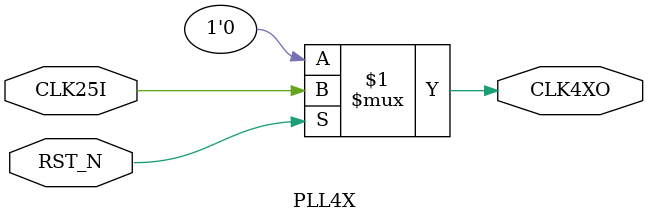
<source format=v>
module PLL4X
(
  input  wire  CLK25I,
  output wire  CLK4XO,
  input  wire  RST_N
);

  // TBD
  assign CLK4XO = RST_N? CLK25I : 1'b0;

endmodule // PLL4X

</source>
